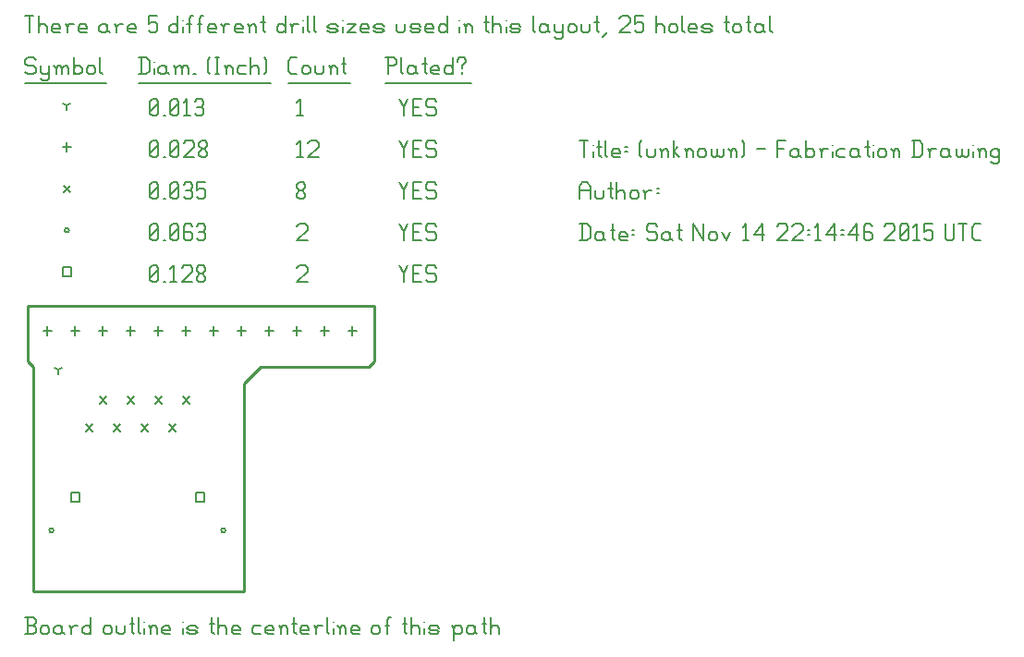
<source format=gbr>
G04 start of page 12 for group -3984 idx -3984 *
G04 Title: (unknown), fab *
G04 Creator: pcb 1.99z *
G04 CreationDate: Sat Nov 14 22:14:46 2015 UTC *
G04 For: commonadmin *
G04 Format: Gerber/RS-274X *
G04 PCB-Dimensions (mil): 1300.00 1100.00 *
G04 PCB-Coordinate-Origin: lower left *
%MOIN*%
%FSLAX25Y25*%
%LNFAB*%
%ADD59C,0.0100*%
%ADD58C,0.0075*%
%ADD57C,0.0060*%
%ADD56C,0.0080*%
G54D56*X16400Y41600D02*X19600D01*
X16400D02*Y38400D01*
X19600D01*
Y41600D02*Y38400D01*
X61400Y41600D02*X64600D01*
X61400D02*Y38400D01*
X64600D01*
Y41600D02*Y38400D01*
X13400Y122850D02*X16600D01*
X13400D02*Y119650D01*
X16600D01*
Y122850D02*Y119650D01*
G54D57*X135000Y123500D02*X136500Y120500D01*
X138000Y123500D01*
X136500Y120500D02*Y117500D01*
X139800Y120800D02*X142050D01*
X139800Y117500D02*X142800D01*
X139800Y123500D02*Y117500D01*
Y123500D02*X142800D01*
X147600D02*X148350Y122750D01*
X145350Y123500D02*X147600D01*
X144600Y122750D02*X145350Y123500D01*
X144600Y122750D02*Y121250D01*
X145350Y120500D01*
X147600D01*
X148350Y119750D01*
Y118250D01*
X147600Y117500D02*X148350Y118250D01*
X145350Y117500D02*X147600D01*
X144600Y118250D02*X145350Y117500D01*
X98000Y122750D02*X98750Y123500D01*
X101000D01*
X101750Y122750D01*
Y121250D01*
X98000Y117500D02*X101750Y121250D01*
X98000Y117500D02*X101750D01*
X45000Y118250D02*X45750Y117500D01*
X45000Y122750D02*Y118250D01*
Y122750D02*X45750Y123500D01*
X47250D01*
X48000Y122750D01*
Y118250D01*
X47250Y117500D02*X48000Y118250D01*
X45750Y117500D02*X47250D01*
X45000Y119000D02*X48000Y122000D01*
X49800Y117500D02*X50550D01*
X52350Y122300D02*X53550Y123500D01*
Y117500D01*
X52350D02*X54600D01*
X56400Y122750D02*X57150Y123500D01*
X59400D01*
X60150Y122750D01*
Y121250D01*
X56400Y117500D02*X60150Y121250D01*
X56400Y117500D02*X60150D01*
X61950Y118250D02*X62700Y117500D01*
X61950Y119450D02*Y118250D01*
Y119450D02*X63000Y120500D01*
X63900D01*
X64950Y119450D01*
Y118250D01*
X64200Y117500D02*X64950Y118250D01*
X62700Y117500D02*X64200D01*
X61950Y121550D02*X63000Y120500D01*
X61950Y122750D02*Y121550D01*
Y122750D02*X62700Y123500D01*
X64200D01*
X64950Y122750D01*
Y121550D01*
X63900Y120500D02*X64950Y121550D01*
X8657Y27992D02*G75*G03X10257Y27992I800J0D01*G01*
G75*G03X8657Y27992I-800J0D01*G01*
X70665D02*G75*G03X72265Y27992I800J0D01*G01*
G75*G03X70665Y27992I-800J0D01*G01*
X14200Y136250D02*G75*G03X15800Y136250I800J0D01*G01*
G75*G03X14200Y136250I-800J0D01*G01*
X135000Y138500D02*X136500Y135500D01*
X138000Y138500D01*
X136500Y135500D02*Y132500D01*
X139800Y135800D02*X142050D01*
X139800Y132500D02*X142800D01*
X139800Y138500D02*Y132500D01*
Y138500D02*X142800D01*
X147600D02*X148350Y137750D01*
X145350Y138500D02*X147600D01*
X144600Y137750D02*X145350Y138500D01*
X144600Y137750D02*Y136250D01*
X145350Y135500D01*
X147600D01*
X148350Y134750D01*
Y133250D01*
X147600Y132500D02*X148350Y133250D01*
X145350Y132500D02*X147600D01*
X144600Y133250D02*X145350Y132500D01*
X98000Y137750D02*X98750Y138500D01*
X101000D01*
X101750Y137750D01*
Y136250D01*
X98000Y132500D02*X101750Y136250D01*
X98000Y132500D02*X101750D01*
X45000Y133250D02*X45750Y132500D01*
X45000Y137750D02*Y133250D01*
Y137750D02*X45750Y138500D01*
X47250D01*
X48000Y137750D01*
Y133250D01*
X47250Y132500D02*X48000Y133250D01*
X45750Y132500D02*X47250D01*
X45000Y134000D02*X48000Y137000D01*
X49800Y132500D02*X50550D01*
X52350Y133250D02*X53100Y132500D01*
X52350Y137750D02*Y133250D01*
Y137750D02*X53100Y138500D01*
X54600D01*
X55350Y137750D01*
Y133250D01*
X54600Y132500D02*X55350Y133250D01*
X53100Y132500D02*X54600D01*
X52350Y134000D02*X55350Y137000D01*
X59400Y138500D02*X60150Y137750D01*
X57900Y138500D02*X59400D01*
X57150Y137750D02*X57900Y138500D01*
X57150Y137750D02*Y133250D01*
X57900Y132500D01*
X59400Y135800D02*X60150Y135050D01*
X57150Y135800D02*X59400D01*
X57900Y132500D02*X59400D01*
X60150Y133250D01*
Y135050D02*Y133250D01*
X61950Y137750D02*X62700Y138500D01*
X64200D01*
X64950Y137750D01*
X64200Y132500D02*X64950Y133250D01*
X62700Y132500D02*X64200D01*
X61950Y133250D02*X62700Y132500D01*
Y135800D02*X64200D01*
X64950Y137750D02*Y136550D01*
Y135050D02*Y133250D01*
Y135050D02*X64200Y135800D01*
X64950Y136550D02*X64200Y135800D01*
X26800Y76200D02*X29200Y73800D01*
X26800D02*X29200Y76200D01*
X36800D02*X39200Y73800D01*
X36800D02*X39200Y76200D01*
X46800D02*X49200Y73800D01*
X46800D02*X49200Y76200D01*
X56800D02*X59200Y73800D01*
X56800D02*X59200Y76200D01*
X21800Y66200D02*X24200Y63800D01*
X21800D02*X24200Y66200D01*
X31800D02*X34200Y63800D01*
X31800D02*X34200Y66200D01*
X41800D02*X44200Y63800D01*
X41800D02*X44200Y66200D01*
X51800D02*X54200Y63800D01*
X51800D02*X54200Y66200D01*
X13800Y152450D02*X16200Y150050D01*
X13800D02*X16200Y152450D01*
X135000Y153500D02*X136500Y150500D01*
X138000Y153500D01*
X136500Y150500D02*Y147500D01*
X139800Y150800D02*X142050D01*
X139800Y147500D02*X142800D01*
X139800Y153500D02*Y147500D01*
Y153500D02*X142800D01*
X147600D02*X148350Y152750D01*
X145350Y153500D02*X147600D01*
X144600Y152750D02*X145350Y153500D01*
X144600Y152750D02*Y151250D01*
X145350Y150500D01*
X147600D01*
X148350Y149750D01*
Y148250D01*
X147600Y147500D02*X148350Y148250D01*
X145350Y147500D02*X147600D01*
X144600Y148250D02*X145350Y147500D01*
X98000Y148250D02*X98750Y147500D01*
X98000Y149450D02*Y148250D01*
Y149450D02*X99050Y150500D01*
X99950D01*
X101000Y149450D01*
Y148250D01*
X100250Y147500D02*X101000Y148250D01*
X98750Y147500D02*X100250D01*
X98000Y151550D02*X99050Y150500D01*
X98000Y152750D02*Y151550D01*
Y152750D02*X98750Y153500D01*
X100250D01*
X101000Y152750D01*
Y151550D01*
X99950Y150500D02*X101000Y151550D01*
X45000Y148250D02*X45750Y147500D01*
X45000Y152750D02*Y148250D01*
Y152750D02*X45750Y153500D01*
X47250D01*
X48000Y152750D01*
Y148250D01*
X47250Y147500D02*X48000Y148250D01*
X45750Y147500D02*X47250D01*
X45000Y149000D02*X48000Y152000D01*
X49800Y147500D02*X50550D01*
X52350Y148250D02*X53100Y147500D01*
X52350Y152750D02*Y148250D01*
Y152750D02*X53100Y153500D01*
X54600D01*
X55350Y152750D01*
Y148250D01*
X54600Y147500D02*X55350Y148250D01*
X53100Y147500D02*X54600D01*
X52350Y149000D02*X55350Y152000D01*
X57150Y152750D02*X57900Y153500D01*
X59400D01*
X60150Y152750D01*
X59400Y147500D02*X60150Y148250D01*
X57900Y147500D02*X59400D01*
X57150Y148250D02*X57900Y147500D01*
Y150800D02*X59400D01*
X60150Y152750D02*Y151550D01*
Y150050D02*Y148250D01*
Y150050D02*X59400Y150800D01*
X60150Y151550D02*X59400Y150800D01*
X61950Y153500D02*X64950D01*
X61950D02*Y150500D01*
X62700Y151250D01*
X64200D01*
X64950Y150500D01*
Y148250D01*
X64200Y147500D02*X64950Y148250D01*
X62700Y147500D02*X64200D01*
X61950Y148250D02*X62700Y147500D01*
X8000Y101600D02*Y98400D01*
X6400Y100000D02*X9600D01*
X18000Y101600D02*Y98400D01*
X16400Y100000D02*X19600D01*
X28000Y101600D02*Y98400D01*
X26400Y100000D02*X29600D01*
X38000Y101600D02*Y98400D01*
X36400Y100000D02*X39600D01*
X48000Y101600D02*Y98400D01*
X46400Y100000D02*X49600D01*
X58000Y101600D02*Y98400D01*
X56400Y100000D02*X59600D01*
X68000Y101600D02*Y98400D01*
X66400Y100000D02*X69600D01*
X78000Y101600D02*Y98400D01*
X76400Y100000D02*X79600D01*
X88000Y101600D02*Y98400D01*
X86400Y100000D02*X89600D01*
X98000Y101600D02*Y98400D01*
X96400Y100000D02*X99600D01*
X108000Y101600D02*Y98400D01*
X106400Y100000D02*X109600D01*
X118000Y101600D02*Y98400D01*
X116400Y100000D02*X119600D01*
X15000Y167850D02*Y164650D01*
X13400Y166250D02*X16600D01*
X135000Y168500D02*X136500Y165500D01*
X138000Y168500D01*
X136500Y165500D02*Y162500D01*
X139800Y165800D02*X142050D01*
X139800Y162500D02*X142800D01*
X139800Y168500D02*Y162500D01*
Y168500D02*X142800D01*
X147600D02*X148350Y167750D01*
X145350Y168500D02*X147600D01*
X144600Y167750D02*X145350Y168500D01*
X144600Y167750D02*Y166250D01*
X145350Y165500D01*
X147600D01*
X148350Y164750D01*
Y163250D01*
X147600Y162500D02*X148350Y163250D01*
X145350Y162500D02*X147600D01*
X144600Y163250D02*X145350Y162500D01*
X98000Y167300D02*X99200Y168500D01*
Y162500D01*
X98000D02*X100250D01*
X102050Y167750D02*X102800Y168500D01*
X105050D01*
X105800Y167750D01*
Y166250D01*
X102050Y162500D02*X105800Y166250D01*
X102050Y162500D02*X105800D01*
X45000Y163250D02*X45750Y162500D01*
X45000Y167750D02*Y163250D01*
Y167750D02*X45750Y168500D01*
X47250D01*
X48000Y167750D01*
Y163250D01*
X47250Y162500D02*X48000Y163250D01*
X45750Y162500D02*X47250D01*
X45000Y164000D02*X48000Y167000D01*
X49800Y162500D02*X50550D01*
X52350Y163250D02*X53100Y162500D01*
X52350Y167750D02*Y163250D01*
Y167750D02*X53100Y168500D01*
X54600D01*
X55350Y167750D01*
Y163250D01*
X54600Y162500D02*X55350Y163250D01*
X53100Y162500D02*X54600D01*
X52350Y164000D02*X55350Y167000D01*
X57150Y167750D02*X57900Y168500D01*
X60150D01*
X60900Y167750D01*
Y166250D01*
X57150Y162500D02*X60900Y166250D01*
X57150Y162500D02*X60900D01*
X62700Y163250D02*X63450Y162500D01*
X62700Y164450D02*Y163250D01*
Y164450D02*X63750Y165500D01*
X64650D01*
X65700Y164450D01*
Y163250D01*
X64950Y162500D02*X65700Y163250D01*
X63450Y162500D02*X64950D01*
X62700Y166550D02*X63750Y165500D01*
X62700Y167750D02*Y166550D01*
Y167750D02*X63450Y168500D01*
X64950D01*
X65700Y167750D01*
Y166550D01*
X64650Y165500D02*X65700Y166550D01*
X12000Y86000D02*Y84400D01*
Y86000D02*X13387Y86800D01*
X12000Y86000D02*X10613Y86800D01*
X15000Y181250D02*Y179650D01*
Y181250D02*X16387Y182050D01*
X15000Y181250D02*X13613Y182050D01*
X135000Y183500D02*X136500Y180500D01*
X138000Y183500D01*
X136500Y180500D02*Y177500D01*
X139800Y180800D02*X142050D01*
X139800Y177500D02*X142800D01*
X139800Y183500D02*Y177500D01*
Y183500D02*X142800D01*
X147600D02*X148350Y182750D01*
X145350Y183500D02*X147600D01*
X144600Y182750D02*X145350Y183500D01*
X144600Y182750D02*Y181250D01*
X145350Y180500D01*
X147600D01*
X148350Y179750D01*
Y178250D01*
X147600Y177500D02*X148350Y178250D01*
X145350Y177500D02*X147600D01*
X144600Y178250D02*X145350Y177500D01*
X98000Y182300D02*X99200Y183500D01*
Y177500D01*
X98000D02*X100250D01*
X45000Y178250D02*X45750Y177500D01*
X45000Y182750D02*Y178250D01*
Y182750D02*X45750Y183500D01*
X47250D01*
X48000Y182750D01*
Y178250D01*
X47250Y177500D02*X48000Y178250D01*
X45750Y177500D02*X47250D01*
X45000Y179000D02*X48000Y182000D01*
X49800Y177500D02*X50550D01*
X52350Y178250D02*X53100Y177500D01*
X52350Y182750D02*Y178250D01*
Y182750D02*X53100Y183500D01*
X54600D01*
X55350Y182750D01*
Y178250D01*
X54600Y177500D02*X55350Y178250D01*
X53100Y177500D02*X54600D01*
X52350Y179000D02*X55350Y182000D01*
X57150Y182300D02*X58350Y183500D01*
Y177500D01*
X57150D02*X59400D01*
X61200Y182750D02*X61950Y183500D01*
X63450D01*
X64200Y182750D01*
X63450Y177500D02*X64200Y178250D01*
X61950Y177500D02*X63450D01*
X61200Y178250D02*X61950Y177500D01*
Y180800D02*X63450D01*
X64200Y182750D02*Y181550D01*
Y180050D02*Y178250D01*
Y180050D02*X63450Y180800D01*
X64200Y181550D02*X63450Y180800D01*
X3000Y198500D02*X3750Y197750D01*
X750Y198500D02*X3000D01*
X0Y197750D02*X750Y198500D01*
X0Y197750D02*Y196250D01*
X750Y195500D01*
X3000D01*
X3750Y194750D01*
Y193250D01*
X3000Y192500D02*X3750Y193250D01*
X750Y192500D02*X3000D01*
X0Y193250D02*X750Y192500D01*
X5550Y195500D02*Y193250D01*
X6300Y192500D01*
X8550Y195500D02*Y191000D01*
X7800Y190250D02*X8550Y191000D01*
X6300Y190250D02*X7800D01*
X5550Y191000D02*X6300Y190250D01*
Y192500D02*X7800D01*
X8550Y193250D01*
X11100Y194750D02*Y192500D01*
Y194750D02*X11850Y195500D01*
X12600D01*
X13350Y194750D01*
Y192500D01*
Y194750D02*X14100Y195500D01*
X14850D01*
X15600Y194750D01*
Y192500D01*
X10350Y195500D02*X11100Y194750D01*
X17400Y198500D02*Y192500D01*
Y193250D02*X18150Y192500D01*
X19650D01*
X20400Y193250D01*
Y194750D02*Y193250D01*
X19650Y195500D02*X20400Y194750D01*
X18150Y195500D02*X19650D01*
X17400Y194750D02*X18150Y195500D01*
X22200Y194750D02*Y193250D01*
Y194750D02*X22950Y195500D01*
X24450D01*
X25200Y194750D01*
Y193250D01*
X24450Y192500D02*X25200Y193250D01*
X22950Y192500D02*X24450D01*
X22200Y193250D02*X22950Y192500D01*
X27000Y198500D02*Y193250D01*
X27750Y192500D01*
X0Y189250D02*X29250D01*
X41750Y198500D02*Y192500D01*
X43700Y198500D02*X44750Y197450D01*
Y193550D01*
X43700Y192500D02*X44750Y193550D01*
X41000Y192500D02*X43700D01*
X41000Y198500D02*X43700D01*
G54D58*X46550Y197000D02*Y196850D01*
G54D57*Y194750D02*Y192500D01*
X50300Y195500D02*X51050Y194750D01*
X48800Y195500D02*X50300D01*
X48050Y194750D02*X48800Y195500D01*
X48050Y194750D02*Y193250D01*
X48800Y192500D01*
X51050Y195500D02*Y193250D01*
X51800Y192500D01*
X48800D02*X50300D01*
X51050Y193250D01*
X54350Y194750D02*Y192500D01*
Y194750D02*X55100Y195500D01*
X55850D01*
X56600Y194750D01*
Y192500D01*
Y194750D02*X57350Y195500D01*
X58100D01*
X58850Y194750D01*
Y192500D01*
X53600Y195500D02*X54350Y194750D01*
X60650Y192500D02*X61400D01*
X65900Y193250D02*X66650Y192500D01*
X65900Y197750D02*X66650Y198500D01*
X65900Y197750D02*Y193250D01*
X68450Y198500D02*X69950D01*
X69200D02*Y192500D01*
X68450D02*X69950D01*
X72500Y194750D02*Y192500D01*
Y194750D02*X73250Y195500D01*
X74000D01*
X74750Y194750D01*
Y192500D01*
X71750Y195500D02*X72500Y194750D01*
X77300Y195500D02*X79550D01*
X76550Y194750D02*X77300Y195500D01*
X76550Y194750D02*Y193250D01*
X77300Y192500D01*
X79550D01*
X81350Y198500D02*Y192500D01*
Y194750D02*X82100Y195500D01*
X83600D01*
X84350Y194750D01*
Y192500D01*
X86150Y198500D02*X86900Y197750D01*
Y193250D01*
X86150Y192500D02*X86900Y193250D01*
X41000Y189250D02*X88700D01*
X96050Y192500D02*X98000D01*
X95000Y193550D02*X96050Y192500D01*
X95000Y197450D02*Y193550D01*
Y197450D02*X96050Y198500D01*
X98000D01*
X99800Y194750D02*Y193250D01*
Y194750D02*X100550Y195500D01*
X102050D01*
X102800Y194750D01*
Y193250D01*
X102050Y192500D02*X102800Y193250D01*
X100550Y192500D02*X102050D01*
X99800Y193250D02*X100550Y192500D01*
X104600Y195500D02*Y193250D01*
X105350Y192500D01*
X106850D01*
X107600Y193250D01*
Y195500D02*Y193250D01*
X110150Y194750D02*Y192500D01*
Y194750D02*X110900Y195500D01*
X111650D01*
X112400Y194750D01*
Y192500D01*
X109400Y195500D02*X110150Y194750D01*
X114950Y198500D02*Y193250D01*
X115700Y192500D01*
X114200Y196250D02*X115700D01*
X95000Y189250D02*X117200D01*
X130750Y198500D02*Y192500D01*
X130000Y198500D02*X133000D01*
X133750Y197750D01*
Y196250D01*
X133000Y195500D02*X133750Y196250D01*
X130750Y195500D02*X133000D01*
X135550Y198500D02*Y193250D01*
X136300Y192500D01*
X140050Y195500D02*X140800Y194750D01*
X138550Y195500D02*X140050D01*
X137800Y194750D02*X138550Y195500D01*
X137800Y194750D02*Y193250D01*
X138550Y192500D01*
X140800Y195500D02*Y193250D01*
X141550Y192500D01*
X138550D02*X140050D01*
X140800Y193250D01*
X144100Y198500D02*Y193250D01*
X144850Y192500D01*
X143350Y196250D02*X144850D01*
X147100Y192500D02*X149350D01*
X146350Y193250D02*X147100Y192500D01*
X146350Y194750D02*Y193250D01*
Y194750D02*X147100Y195500D01*
X148600D01*
X149350Y194750D01*
X146350Y194000D02*X149350D01*
Y194750D02*Y194000D01*
X154150Y198500D02*Y192500D01*
X153400D02*X154150Y193250D01*
X151900Y192500D02*X153400D01*
X151150Y193250D02*X151900Y192500D01*
X151150Y194750D02*Y193250D01*
Y194750D02*X151900Y195500D01*
X153400D01*
X154150Y194750D01*
X157450Y195500D02*Y194750D01*
Y193250D02*Y192500D01*
X155950Y197750D02*Y197000D01*
Y197750D02*X156700Y198500D01*
X158200D01*
X158950Y197750D01*
Y197000D01*
X157450Y195500D02*X158950Y197000D01*
X130000Y189250D02*X160750D01*
X0Y213500D02*X3000D01*
X1500D02*Y207500D01*
X4800Y213500D02*Y207500D01*
Y209750D02*X5550Y210500D01*
X7050D01*
X7800Y209750D01*
Y207500D01*
X10350D02*X12600D01*
X9600Y208250D02*X10350Y207500D01*
X9600Y209750D02*Y208250D01*
Y209750D02*X10350Y210500D01*
X11850D01*
X12600Y209750D01*
X9600Y209000D02*X12600D01*
Y209750D02*Y209000D01*
X15150Y209750D02*Y207500D01*
Y209750D02*X15900Y210500D01*
X17400D01*
X14400D02*X15150Y209750D01*
X19950Y207500D02*X22200D01*
X19200Y208250D02*X19950Y207500D01*
X19200Y209750D02*Y208250D01*
Y209750D02*X19950Y210500D01*
X21450D01*
X22200Y209750D01*
X19200Y209000D02*X22200D01*
Y209750D02*Y209000D01*
X28950Y210500D02*X29700Y209750D01*
X27450Y210500D02*X28950D01*
X26700Y209750D02*X27450Y210500D01*
X26700Y209750D02*Y208250D01*
X27450Y207500D01*
X29700Y210500D02*Y208250D01*
X30450Y207500D01*
X27450D02*X28950D01*
X29700Y208250D01*
X33000Y209750D02*Y207500D01*
Y209750D02*X33750Y210500D01*
X35250D01*
X32250D02*X33000Y209750D01*
X37800Y207500D02*X40050D01*
X37050Y208250D02*X37800Y207500D01*
X37050Y209750D02*Y208250D01*
Y209750D02*X37800Y210500D01*
X39300D01*
X40050Y209750D01*
X37050Y209000D02*X40050D01*
Y209750D02*Y209000D01*
X44550Y213500D02*X47550D01*
X44550D02*Y210500D01*
X45300Y211250D01*
X46800D01*
X47550Y210500D01*
Y208250D01*
X46800Y207500D02*X47550Y208250D01*
X45300Y207500D02*X46800D01*
X44550Y208250D02*X45300Y207500D01*
X55050Y213500D02*Y207500D01*
X54300D02*X55050Y208250D01*
X52800Y207500D02*X54300D01*
X52050Y208250D02*X52800Y207500D01*
X52050Y209750D02*Y208250D01*
Y209750D02*X52800Y210500D01*
X54300D01*
X55050Y209750D01*
G54D58*X56850Y212000D02*Y211850D01*
G54D57*Y209750D02*Y207500D01*
X59100Y212750D02*Y207500D01*
Y212750D02*X59850Y213500D01*
X60600D01*
X58350Y210500D02*X59850D01*
X62850Y212750D02*Y207500D01*
Y212750D02*X63600Y213500D01*
X64350D01*
X62100Y210500D02*X63600D01*
X66600Y207500D02*X68850D01*
X65850Y208250D02*X66600Y207500D01*
X65850Y209750D02*Y208250D01*
Y209750D02*X66600Y210500D01*
X68100D01*
X68850Y209750D01*
X65850Y209000D02*X68850D01*
Y209750D02*Y209000D01*
X71400Y209750D02*Y207500D01*
Y209750D02*X72150Y210500D01*
X73650D01*
X70650D02*X71400Y209750D01*
X76200Y207500D02*X78450D01*
X75450Y208250D02*X76200Y207500D01*
X75450Y209750D02*Y208250D01*
Y209750D02*X76200Y210500D01*
X77700D01*
X78450Y209750D01*
X75450Y209000D02*X78450D01*
Y209750D02*Y209000D01*
X81000Y209750D02*Y207500D01*
Y209750D02*X81750Y210500D01*
X82500D01*
X83250Y209750D01*
Y207500D01*
X80250Y210500D02*X81000Y209750D01*
X85800Y213500D02*Y208250D01*
X86550Y207500D01*
X85050Y211250D02*X86550D01*
X93750Y213500D02*Y207500D01*
X93000D02*X93750Y208250D01*
X91500Y207500D02*X93000D01*
X90750Y208250D02*X91500Y207500D01*
X90750Y209750D02*Y208250D01*
Y209750D02*X91500Y210500D01*
X93000D01*
X93750Y209750D01*
X96300D02*Y207500D01*
Y209750D02*X97050Y210500D01*
X98550D01*
X95550D02*X96300Y209750D01*
G54D58*X100350Y212000D02*Y211850D01*
G54D57*Y209750D02*Y207500D01*
X101850Y213500D02*Y208250D01*
X102600Y207500D01*
X104100Y213500D02*Y208250D01*
X104850Y207500D01*
X109800D02*X112050D01*
X112800Y208250D01*
X112050Y209000D02*X112800Y208250D01*
X109800Y209000D02*X112050D01*
X109050Y209750D02*X109800Y209000D01*
X109050Y209750D02*X109800Y210500D01*
X112050D01*
X112800Y209750D01*
X109050Y208250D02*X109800Y207500D01*
G54D58*X114600Y212000D02*Y211850D01*
G54D57*Y209750D02*Y207500D01*
X116100Y210500D02*X119100D01*
X116100Y207500D02*X119100Y210500D01*
X116100Y207500D02*X119100D01*
X121650D02*X123900D01*
X120900Y208250D02*X121650Y207500D01*
X120900Y209750D02*Y208250D01*
Y209750D02*X121650Y210500D01*
X123150D01*
X123900Y209750D01*
X120900Y209000D02*X123900D01*
Y209750D02*Y209000D01*
X126450Y207500D02*X128700D01*
X129450Y208250D01*
X128700Y209000D02*X129450Y208250D01*
X126450Y209000D02*X128700D01*
X125700Y209750D02*X126450Y209000D01*
X125700Y209750D02*X126450Y210500D01*
X128700D01*
X129450Y209750D01*
X125700Y208250D02*X126450Y207500D01*
X133950Y210500D02*Y208250D01*
X134700Y207500D01*
X136200D01*
X136950Y208250D01*
Y210500D02*Y208250D01*
X139500Y207500D02*X141750D01*
X142500Y208250D01*
X141750Y209000D02*X142500Y208250D01*
X139500Y209000D02*X141750D01*
X138750Y209750D02*X139500Y209000D01*
X138750Y209750D02*X139500Y210500D01*
X141750D01*
X142500Y209750D01*
X138750Y208250D02*X139500Y207500D01*
X145050D02*X147300D01*
X144300Y208250D02*X145050Y207500D01*
X144300Y209750D02*Y208250D01*
Y209750D02*X145050Y210500D01*
X146550D01*
X147300Y209750D01*
X144300Y209000D02*X147300D01*
Y209750D02*Y209000D01*
X152100Y213500D02*Y207500D01*
X151350D02*X152100Y208250D01*
X149850Y207500D02*X151350D01*
X149100Y208250D02*X149850Y207500D01*
X149100Y209750D02*Y208250D01*
Y209750D02*X149850Y210500D01*
X151350D01*
X152100Y209750D01*
G54D58*X156600Y212000D02*Y211850D01*
G54D57*Y209750D02*Y207500D01*
X158850Y209750D02*Y207500D01*
Y209750D02*X159600Y210500D01*
X160350D01*
X161100Y209750D01*
Y207500D01*
X158100Y210500D02*X158850Y209750D01*
X166350Y213500D02*Y208250D01*
X167100Y207500D01*
X165600Y211250D02*X167100D01*
X168600Y213500D02*Y207500D01*
Y209750D02*X169350Y210500D01*
X170850D01*
X171600Y209750D01*
Y207500D01*
G54D58*X173400Y212000D02*Y211850D01*
G54D57*Y209750D02*Y207500D01*
X175650D02*X177900D01*
X178650Y208250D01*
X177900Y209000D02*X178650Y208250D01*
X175650Y209000D02*X177900D01*
X174900Y209750D02*X175650Y209000D01*
X174900Y209750D02*X175650Y210500D01*
X177900D01*
X178650Y209750D01*
X174900Y208250D02*X175650Y207500D01*
X183150Y213500D02*Y208250D01*
X183900Y207500D01*
X187650Y210500D02*X188400Y209750D01*
X186150Y210500D02*X187650D01*
X185400Y209750D02*X186150Y210500D01*
X185400Y209750D02*Y208250D01*
X186150Y207500D01*
X188400Y210500D02*Y208250D01*
X189150Y207500D01*
X186150D02*X187650D01*
X188400Y208250D01*
X190950Y210500D02*Y208250D01*
X191700Y207500D01*
X193950Y210500D02*Y206000D01*
X193200Y205250D02*X193950Y206000D01*
X191700Y205250D02*X193200D01*
X190950Y206000D02*X191700Y205250D01*
Y207500D02*X193200D01*
X193950Y208250D01*
X195750Y209750D02*Y208250D01*
Y209750D02*X196500Y210500D01*
X198000D01*
X198750Y209750D01*
Y208250D01*
X198000Y207500D02*X198750Y208250D01*
X196500Y207500D02*X198000D01*
X195750Y208250D02*X196500Y207500D01*
X200550Y210500D02*Y208250D01*
X201300Y207500D01*
X202800D01*
X203550Y208250D01*
Y210500D02*Y208250D01*
X206100Y213500D02*Y208250D01*
X206850Y207500D01*
X205350Y211250D02*X206850D01*
X208350Y206000D02*X209850Y207500D01*
X214350Y212750D02*X215100Y213500D01*
X217350D01*
X218100Y212750D01*
Y211250D01*
X214350Y207500D02*X218100Y211250D01*
X214350Y207500D02*X218100D01*
X219900Y213500D02*X222900D01*
X219900D02*Y210500D01*
X220650Y211250D01*
X222150D01*
X222900Y210500D01*
Y208250D01*
X222150Y207500D02*X222900Y208250D01*
X220650Y207500D02*X222150D01*
X219900Y208250D02*X220650Y207500D01*
X227400Y213500D02*Y207500D01*
Y209750D02*X228150Y210500D01*
X229650D01*
X230400Y209750D01*
Y207500D01*
X232200Y209750D02*Y208250D01*
Y209750D02*X232950Y210500D01*
X234450D01*
X235200Y209750D01*
Y208250D01*
X234450Y207500D02*X235200Y208250D01*
X232950Y207500D02*X234450D01*
X232200Y208250D02*X232950Y207500D01*
X237000Y213500D02*Y208250D01*
X237750Y207500D01*
X240000D02*X242250D01*
X239250Y208250D02*X240000Y207500D01*
X239250Y209750D02*Y208250D01*
Y209750D02*X240000Y210500D01*
X241500D01*
X242250Y209750D01*
X239250Y209000D02*X242250D01*
Y209750D02*Y209000D01*
X244800Y207500D02*X247050D01*
X247800Y208250D01*
X247050Y209000D02*X247800Y208250D01*
X244800Y209000D02*X247050D01*
X244050Y209750D02*X244800Y209000D01*
X244050Y209750D02*X244800Y210500D01*
X247050D01*
X247800Y209750D01*
X244050Y208250D02*X244800Y207500D01*
X253050Y213500D02*Y208250D01*
X253800Y207500D01*
X252300Y211250D02*X253800D01*
X255300Y209750D02*Y208250D01*
Y209750D02*X256050Y210500D01*
X257550D01*
X258300Y209750D01*
Y208250D01*
X257550Y207500D02*X258300Y208250D01*
X256050Y207500D02*X257550D01*
X255300Y208250D02*X256050Y207500D01*
X260850Y213500D02*Y208250D01*
X261600Y207500D01*
X260100Y211250D02*X261600D01*
X265350Y210500D02*X266100Y209750D01*
X263850Y210500D02*X265350D01*
X263100Y209750D02*X263850Y210500D01*
X263100Y209750D02*Y208250D01*
X263850Y207500D01*
X266100Y210500D02*Y208250D01*
X266850Y207500D01*
X263850D02*X265350D01*
X266100Y208250D01*
X268650Y213500D02*Y208250D01*
X269400Y207500D01*
G54D59*X3000Y6000D02*Y87000D01*
X1000Y89000D01*
Y109000D01*
X126000D01*
Y89000D01*
X124000Y87000D01*
X85000D01*
X79000Y81000D01*
Y6000D01*
X3000D01*
G54D57*X0Y-9500D02*X3000D01*
X3750Y-8750D01*
Y-6950D02*Y-8750D01*
X3000Y-6200D02*X3750Y-6950D01*
X750Y-6200D02*X3000D01*
X750Y-3500D02*Y-9500D01*
X0Y-3500D02*X3000D01*
X3750Y-4250D01*
Y-5450D01*
X3000Y-6200D02*X3750Y-5450D01*
X5550Y-7250D02*Y-8750D01*
Y-7250D02*X6300Y-6500D01*
X7800D01*
X8550Y-7250D01*
Y-8750D01*
X7800Y-9500D02*X8550Y-8750D01*
X6300Y-9500D02*X7800D01*
X5550Y-8750D02*X6300Y-9500D01*
X12600Y-6500D02*X13350Y-7250D01*
X11100Y-6500D02*X12600D01*
X10350Y-7250D02*X11100Y-6500D01*
X10350Y-7250D02*Y-8750D01*
X11100Y-9500D01*
X13350Y-6500D02*Y-8750D01*
X14100Y-9500D01*
X11100D02*X12600D01*
X13350Y-8750D01*
X16650Y-7250D02*Y-9500D01*
Y-7250D02*X17400Y-6500D01*
X18900D01*
X15900D02*X16650Y-7250D01*
X23700Y-3500D02*Y-9500D01*
X22950D02*X23700Y-8750D01*
X21450Y-9500D02*X22950D01*
X20700Y-8750D02*X21450Y-9500D01*
X20700Y-7250D02*Y-8750D01*
Y-7250D02*X21450Y-6500D01*
X22950D01*
X23700Y-7250D01*
X28200D02*Y-8750D01*
Y-7250D02*X28950Y-6500D01*
X30450D01*
X31200Y-7250D01*
Y-8750D01*
X30450Y-9500D02*X31200Y-8750D01*
X28950Y-9500D02*X30450D01*
X28200Y-8750D02*X28950Y-9500D01*
X33000Y-6500D02*Y-8750D01*
X33750Y-9500D01*
X35250D01*
X36000Y-8750D01*
Y-6500D02*Y-8750D01*
X38550Y-3500D02*Y-8750D01*
X39300Y-9500D01*
X37800Y-5750D02*X39300D01*
X40800Y-3500D02*Y-8750D01*
X41550Y-9500D01*
G54D58*X43050Y-5000D02*Y-5150D01*
G54D57*Y-7250D02*Y-9500D01*
X45300Y-7250D02*Y-9500D01*
Y-7250D02*X46050Y-6500D01*
X46800D01*
X47550Y-7250D01*
Y-9500D01*
X44550Y-6500D02*X45300Y-7250D01*
X50100Y-9500D02*X52350D01*
X49350Y-8750D02*X50100Y-9500D01*
X49350Y-7250D02*Y-8750D01*
Y-7250D02*X50100Y-6500D01*
X51600D01*
X52350Y-7250D01*
X49350Y-8000D02*X52350D01*
Y-7250D02*Y-8000D01*
G54D58*X56850Y-5000D02*Y-5150D01*
G54D57*Y-7250D02*Y-9500D01*
X59100D02*X61350D01*
X62100Y-8750D01*
X61350Y-8000D02*X62100Y-8750D01*
X59100Y-8000D02*X61350D01*
X58350Y-7250D02*X59100Y-8000D01*
X58350Y-7250D02*X59100Y-6500D01*
X61350D01*
X62100Y-7250D01*
X58350Y-8750D02*X59100Y-9500D01*
X67350Y-3500D02*Y-8750D01*
X68100Y-9500D01*
X66600Y-5750D02*X68100D01*
X69600Y-3500D02*Y-9500D01*
Y-7250D02*X70350Y-6500D01*
X71850D01*
X72600Y-7250D01*
Y-9500D01*
X75150D02*X77400D01*
X74400Y-8750D02*X75150Y-9500D01*
X74400Y-7250D02*Y-8750D01*
Y-7250D02*X75150Y-6500D01*
X76650D01*
X77400Y-7250D01*
X74400Y-8000D02*X77400D01*
Y-7250D02*Y-8000D01*
X82650Y-6500D02*X84900D01*
X81900Y-7250D02*X82650Y-6500D01*
X81900Y-7250D02*Y-8750D01*
X82650Y-9500D01*
X84900D01*
X87450D02*X89700D01*
X86700Y-8750D02*X87450Y-9500D01*
X86700Y-7250D02*Y-8750D01*
Y-7250D02*X87450Y-6500D01*
X88950D01*
X89700Y-7250D01*
X86700Y-8000D02*X89700D01*
Y-7250D02*Y-8000D01*
X92250Y-7250D02*Y-9500D01*
Y-7250D02*X93000Y-6500D01*
X93750D01*
X94500Y-7250D01*
Y-9500D01*
X91500Y-6500D02*X92250Y-7250D01*
X97050Y-3500D02*Y-8750D01*
X97800Y-9500D01*
X96300Y-5750D02*X97800D01*
X100050Y-9500D02*X102300D01*
X99300Y-8750D02*X100050Y-9500D01*
X99300Y-7250D02*Y-8750D01*
Y-7250D02*X100050Y-6500D01*
X101550D01*
X102300Y-7250D01*
X99300Y-8000D02*X102300D01*
Y-7250D02*Y-8000D01*
X104850Y-7250D02*Y-9500D01*
Y-7250D02*X105600Y-6500D01*
X107100D01*
X104100D02*X104850Y-7250D01*
X108900Y-3500D02*Y-8750D01*
X109650Y-9500D01*
G54D58*X111150Y-5000D02*Y-5150D01*
G54D57*Y-7250D02*Y-9500D01*
X113400Y-7250D02*Y-9500D01*
Y-7250D02*X114150Y-6500D01*
X114900D01*
X115650Y-7250D01*
Y-9500D01*
X112650Y-6500D02*X113400Y-7250D01*
X118200Y-9500D02*X120450D01*
X117450Y-8750D02*X118200Y-9500D01*
X117450Y-7250D02*Y-8750D01*
Y-7250D02*X118200Y-6500D01*
X119700D01*
X120450Y-7250D01*
X117450Y-8000D02*X120450D01*
Y-7250D02*Y-8000D01*
X124950Y-7250D02*Y-8750D01*
Y-7250D02*X125700Y-6500D01*
X127200D01*
X127950Y-7250D01*
Y-8750D01*
X127200Y-9500D02*X127950Y-8750D01*
X125700Y-9500D02*X127200D01*
X124950Y-8750D02*X125700Y-9500D01*
X130500Y-4250D02*Y-9500D01*
Y-4250D02*X131250Y-3500D01*
X132000D01*
X129750Y-6500D02*X131250D01*
X136950Y-3500D02*Y-8750D01*
X137700Y-9500D01*
X136200Y-5750D02*X137700D01*
X139200Y-3500D02*Y-9500D01*
Y-7250D02*X139950Y-6500D01*
X141450D01*
X142200Y-7250D01*
Y-9500D01*
G54D58*X144000Y-5000D02*Y-5150D01*
G54D57*Y-7250D02*Y-9500D01*
X146250D02*X148500D01*
X149250Y-8750D01*
X148500Y-8000D02*X149250Y-8750D01*
X146250Y-8000D02*X148500D01*
X145500Y-7250D02*X146250Y-8000D01*
X145500Y-7250D02*X146250Y-6500D01*
X148500D01*
X149250Y-7250D01*
X145500Y-8750D02*X146250Y-9500D01*
X154500Y-7250D02*Y-11750D01*
X153750Y-6500D02*X154500Y-7250D01*
X155250Y-6500D01*
X156750D01*
X157500Y-7250D01*
Y-8750D01*
X156750Y-9500D02*X157500Y-8750D01*
X155250Y-9500D02*X156750D01*
X154500Y-8750D02*X155250Y-9500D01*
X161550Y-6500D02*X162300Y-7250D01*
X160050Y-6500D02*X161550D01*
X159300Y-7250D02*X160050Y-6500D01*
X159300Y-7250D02*Y-8750D01*
X160050Y-9500D01*
X162300Y-6500D02*Y-8750D01*
X163050Y-9500D01*
X160050D02*X161550D01*
X162300Y-8750D01*
X165600Y-3500D02*Y-8750D01*
X166350Y-9500D01*
X164850Y-5750D02*X166350D01*
X167850Y-3500D02*Y-9500D01*
Y-7250D02*X168600Y-6500D01*
X170100D01*
X170850Y-7250D01*
Y-9500D01*
X200750Y138500D02*Y132500D01*
X202700Y138500D02*X203750Y137450D01*
Y133550D01*
X202700Y132500D02*X203750Y133550D01*
X200000Y132500D02*X202700D01*
X200000Y138500D02*X202700D01*
X207800Y135500D02*X208550Y134750D01*
X206300Y135500D02*X207800D01*
X205550Y134750D02*X206300Y135500D01*
X205550Y134750D02*Y133250D01*
X206300Y132500D01*
X208550Y135500D02*Y133250D01*
X209300Y132500D01*
X206300D02*X207800D01*
X208550Y133250D01*
X211850Y138500D02*Y133250D01*
X212600Y132500D01*
X211100Y136250D02*X212600D01*
X214850Y132500D02*X217100D01*
X214100Y133250D02*X214850Y132500D01*
X214100Y134750D02*Y133250D01*
Y134750D02*X214850Y135500D01*
X216350D01*
X217100Y134750D01*
X214100Y134000D02*X217100D01*
Y134750D02*Y134000D01*
X218900Y136250D02*X219650D01*
X218900Y134750D02*X219650D01*
X227150Y138500D02*X227900Y137750D01*
X224900Y138500D02*X227150D01*
X224150Y137750D02*X224900Y138500D01*
X224150Y137750D02*Y136250D01*
X224900Y135500D01*
X227150D01*
X227900Y134750D01*
Y133250D01*
X227150Y132500D02*X227900Y133250D01*
X224900Y132500D02*X227150D01*
X224150Y133250D02*X224900Y132500D01*
X231950Y135500D02*X232700Y134750D01*
X230450Y135500D02*X231950D01*
X229700Y134750D02*X230450Y135500D01*
X229700Y134750D02*Y133250D01*
X230450Y132500D01*
X232700Y135500D02*Y133250D01*
X233450Y132500D01*
X230450D02*X231950D01*
X232700Y133250D01*
X236000Y138500D02*Y133250D01*
X236750Y132500D01*
X235250Y136250D02*X236750D01*
X240950Y138500D02*Y132500D01*
Y138500D02*X244700Y132500D01*
Y138500D02*Y132500D01*
X246500Y134750D02*Y133250D01*
Y134750D02*X247250Y135500D01*
X248750D01*
X249500Y134750D01*
Y133250D01*
X248750Y132500D02*X249500Y133250D01*
X247250Y132500D02*X248750D01*
X246500Y133250D02*X247250Y132500D01*
X251300Y135500D02*X252800Y132500D01*
X254300Y135500D02*X252800Y132500D01*
X258800Y137300D02*X260000Y138500D01*
Y132500D01*
X258800D02*X261050D01*
X262850Y134750D02*X265850Y138500D01*
X262850Y134750D02*X266600D01*
X265850Y138500D02*Y132500D01*
X271100Y137750D02*X271850Y138500D01*
X274100D01*
X274850Y137750D01*
Y136250D01*
X271100Y132500D02*X274850Y136250D01*
X271100Y132500D02*X274850D01*
X276650Y137750D02*X277400Y138500D01*
X279650D01*
X280400Y137750D01*
Y136250D01*
X276650Y132500D02*X280400Y136250D01*
X276650Y132500D02*X280400D01*
X282200Y136250D02*X282950D01*
X282200Y134750D02*X282950D01*
X284750Y137300D02*X285950Y138500D01*
Y132500D01*
X284750D02*X287000D01*
X288800Y134750D02*X291800Y138500D01*
X288800Y134750D02*X292550D01*
X291800Y138500D02*Y132500D01*
X294350Y136250D02*X295100D01*
X294350Y134750D02*X295100D01*
X296900D02*X299900Y138500D01*
X296900Y134750D02*X300650D01*
X299900Y138500D02*Y132500D01*
X304700Y138500D02*X305450Y137750D01*
X303200Y138500D02*X304700D01*
X302450Y137750D02*X303200Y138500D01*
X302450Y137750D02*Y133250D01*
X303200Y132500D01*
X304700Y135800D02*X305450Y135050D01*
X302450Y135800D02*X304700D01*
X303200Y132500D02*X304700D01*
X305450Y133250D01*
Y135050D02*Y133250D01*
X309950Y137750D02*X310700Y138500D01*
X312950D01*
X313700Y137750D01*
Y136250D01*
X309950Y132500D02*X313700Y136250D01*
X309950Y132500D02*X313700D01*
X315500Y133250D02*X316250Y132500D01*
X315500Y137750D02*Y133250D01*
Y137750D02*X316250Y138500D01*
X317750D01*
X318500Y137750D01*
Y133250D01*
X317750Y132500D02*X318500Y133250D01*
X316250Y132500D02*X317750D01*
X315500Y134000D02*X318500Y137000D01*
X320300Y137300D02*X321500Y138500D01*
Y132500D01*
X320300D02*X322550D01*
X324350Y138500D02*X327350D01*
X324350D02*Y135500D01*
X325100Y136250D01*
X326600D01*
X327350Y135500D01*
Y133250D01*
X326600Y132500D02*X327350Y133250D01*
X325100Y132500D02*X326600D01*
X324350Y133250D02*X325100Y132500D01*
X331850Y138500D02*Y133250D01*
X332600Y132500D01*
X334100D01*
X334850Y133250D01*
Y138500D02*Y133250D01*
X336650Y138500D02*X339650D01*
X338150D02*Y132500D01*
X342500D02*X344450D01*
X341450Y133550D02*X342500Y132500D01*
X341450Y137450D02*Y133550D01*
Y137450D02*X342500Y138500D01*
X344450D01*
X200000Y152000D02*Y147500D01*
Y152000D02*X201050Y153500D01*
X202700D01*
X203750Y152000D01*
Y147500D01*
X200000Y150500D02*X203750D01*
X205550D02*Y148250D01*
X206300Y147500D01*
X207800D01*
X208550Y148250D01*
Y150500D02*Y148250D01*
X211100Y153500D02*Y148250D01*
X211850Y147500D01*
X210350Y151250D02*X211850D01*
X213350Y153500D02*Y147500D01*
Y149750D02*X214100Y150500D01*
X215600D01*
X216350Y149750D01*
Y147500D01*
X218150Y149750D02*Y148250D01*
Y149750D02*X218900Y150500D01*
X220400D01*
X221150Y149750D01*
Y148250D01*
X220400Y147500D02*X221150Y148250D01*
X218900Y147500D02*X220400D01*
X218150Y148250D02*X218900Y147500D01*
X223700Y149750D02*Y147500D01*
Y149750D02*X224450Y150500D01*
X225950D01*
X222950D02*X223700Y149750D01*
X227750Y151250D02*X228500D01*
X227750Y149750D02*X228500D01*
X200000Y168500D02*X203000D01*
X201500D02*Y162500D01*
G54D58*X204800Y167000D02*Y166850D01*
G54D57*Y164750D02*Y162500D01*
X207050Y168500D02*Y163250D01*
X207800Y162500D01*
X206300Y166250D02*X207800D01*
X209300Y168500D02*Y163250D01*
X210050Y162500D01*
X212300D02*X214550D01*
X211550Y163250D02*X212300Y162500D01*
X211550Y164750D02*Y163250D01*
Y164750D02*X212300Y165500D01*
X213800D01*
X214550Y164750D01*
X211550Y164000D02*X214550D01*
Y164750D02*Y164000D01*
X216350Y166250D02*X217100D01*
X216350Y164750D02*X217100D01*
X221600Y163250D02*X222350Y162500D01*
X221600Y167750D02*X222350Y168500D01*
X221600Y167750D02*Y163250D01*
X224150Y165500D02*Y163250D01*
X224900Y162500D01*
X226400D01*
X227150Y163250D01*
Y165500D02*Y163250D01*
X229700Y164750D02*Y162500D01*
Y164750D02*X230450Y165500D01*
X231200D01*
X231950Y164750D01*
Y162500D01*
X228950Y165500D02*X229700Y164750D01*
X233750Y168500D02*Y162500D01*
Y164750D02*X236000Y162500D01*
X233750Y164750D02*X235250Y166250D01*
X238550Y164750D02*Y162500D01*
Y164750D02*X239300Y165500D01*
X240050D01*
X240800Y164750D01*
Y162500D01*
X237800Y165500D02*X238550Y164750D01*
X242600D02*Y163250D01*
Y164750D02*X243350Y165500D01*
X244850D01*
X245600Y164750D01*
Y163250D01*
X244850Y162500D02*X245600Y163250D01*
X243350Y162500D02*X244850D01*
X242600Y163250D02*X243350Y162500D01*
X247400Y165500D02*Y163250D01*
X248150Y162500D01*
X248900D01*
X249650Y163250D01*
Y165500D02*Y163250D01*
X250400Y162500D01*
X251150D01*
X251900Y163250D01*
Y165500D02*Y163250D01*
X254450Y164750D02*Y162500D01*
Y164750D02*X255200Y165500D01*
X255950D01*
X256700Y164750D01*
Y162500D01*
X253700Y165500D02*X254450Y164750D01*
X258500Y168500D02*X259250Y167750D01*
Y163250D01*
X258500Y162500D02*X259250Y163250D01*
X263750Y165500D02*X266750D01*
X271250Y168500D02*Y162500D01*
Y168500D02*X274250D01*
X271250Y165800D02*X273500D01*
X278300Y165500D02*X279050Y164750D01*
X276800Y165500D02*X278300D01*
X276050Y164750D02*X276800Y165500D01*
X276050Y164750D02*Y163250D01*
X276800Y162500D01*
X279050Y165500D02*Y163250D01*
X279800Y162500D01*
X276800D02*X278300D01*
X279050Y163250D01*
X281600Y168500D02*Y162500D01*
Y163250D02*X282350Y162500D01*
X283850D01*
X284600Y163250D01*
Y164750D02*Y163250D01*
X283850Y165500D02*X284600Y164750D01*
X282350Y165500D02*X283850D01*
X281600Y164750D02*X282350Y165500D01*
X287150Y164750D02*Y162500D01*
Y164750D02*X287900Y165500D01*
X289400D01*
X286400D02*X287150Y164750D01*
G54D58*X291200Y167000D02*Y166850D01*
G54D57*Y164750D02*Y162500D01*
X293450Y165500D02*X295700D01*
X292700Y164750D02*X293450Y165500D01*
X292700Y164750D02*Y163250D01*
X293450Y162500D01*
X295700D01*
X299750Y165500D02*X300500Y164750D01*
X298250Y165500D02*X299750D01*
X297500Y164750D02*X298250Y165500D01*
X297500Y164750D02*Y163250D01*
X298250Y162500D01*
X300500Y165500D02*Y163250D01*
X301250Y162500D01*
X298250D02*X299750D01*
X300500Y163250D01*
X303800Y168500D02*Y163250D01*
X304550Y162500D01*
X303050Y166250D02*X304550D01*
G54D58*X306050Y167000D02*Y166850D01*
G54D57*Y164750D02*Y162500D01*
X307550Y164750D02*Y163250D01*
Y164750D02*X308300Y165500D01*
X309800D01*
X310550Y164750D01*
Y163250D01*
X309800Y162500D02*X310550Y163250D01*
X308300Y162500D02*X309800D01*
X307550Y163250D02*X308300Y162500D01*
X313100Y164750D02*Y162500D01*
Y164750D02*X313850Y165500D01*
X314600D01*
X315350Y164750D01*
Y162500D01*
X312350Y165500D02*X313100Y164750D01*
X320600Y168500D02*Y162500D01*
X322550Y168500D02*X323600Y167450D01*
Y163550D01*
X322550Y162500D02*X323600Y163550D01*
X319850Y162500D02*X322550D01*
X319850Y168500D02*X322550D01*
X326150Y164750D02*Y162500D01*
Y164750D02*X326900Y165500D01*
X328400D01*
X325400D02*X326150Y164750D01*
X332450Y165500D02*X333200Y164750D01*
X330950Y165500D02*X332450D01*
X330200Y164750D02*X330950Y165500D01*
X330200Y164750D02*Y163250D01*
X330950Y162500D01*
X333200Y165500D02*Y163250D01*
X333950Y162500D01*
X330950D02*X332450D01*
X333200Y163250D01*
X335750Y165500D02*Y163250D01*
X336500Y162500D01*
X337250D01*
X338000Y163250D01*
Y165500D02*Y163250D01*
X338750Y162500D01*
X339500D01*
X340250Y163250D01*
Y165500D02*Y163250D01*
G54D58*X342050Y167000D02*Y166850D01*
G54D57*Y164750D02*Y162500D01*
X344300Y164750D02*Y162500D01*
Y164750D02*X345050Y165500D01*
X345800D01*
X346550Y164750D01*
Y162500D01*
X343550Y165500D02*X344300Y164750D01*
X350600Y165500D02*X351350Y164750D01*
X349100Y165500D02*X350600D01*
X348350Y164750D02*X349100Y165500D01*
X348350Y164750D02*Y163250D01*
X349100Y162500D01*
X350600D01*
X351350Y163250D01*
X348350Y161000D02*X349100Y160250D01*
X350600D01*
X351350Y161000D01*
Y165500D02*Y161000D01*
M02*

</source>
